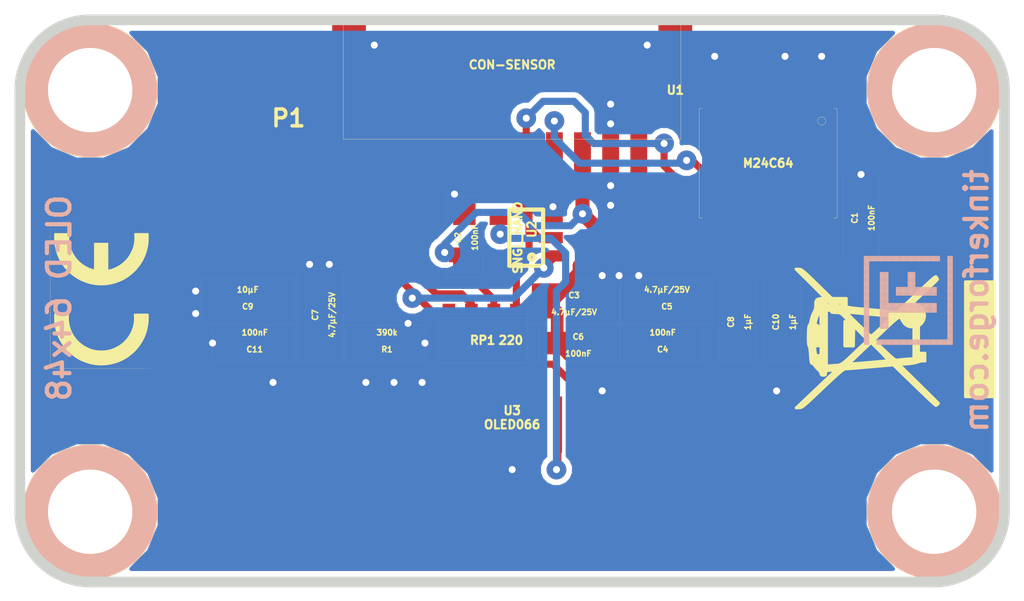
<source format=kicad_pcb>
(kicad_pcb (version 4) (host pcbnew "(2015-03-18 BZR 5525)-product")
  (title_block (title "OLED 64x48 Bricklet") (date "Fr 19 Jun 2015") (rev 1.0) (company "Tinkerforfge GmbH") (comment 1 "Licensed under CERN OHL v.1.1") (comment 2 "Copyright (©) 2015, B.Nordmeyer <bastian@tinkerforge.com>"))
  (layers (0 F.Cu signal) (31 B.Cu signal) (34 B.Paste user) (35 F.Paste user) (36 B.SilkS user) (37 F.SilkS user) (38 B.Mask user) (39 F.Mask user) (44 Edge.Cuts user))
  (net 0 "")
  (net 1 3V3)
  (net 2 GND)
  (net 3 "Net-(P1-Pad4)")
  (net 4 "Net-(P1-Pad5)")
  (net 5 "Net-(P1-Pad6)")
  (net 6 "Net-(P1-Pad7)")
  (net 7 "Net-(P1-Pad8)")
  (net 8 "Net-(C7-Pad2)")
  (net 9 "Net-(C10-Pad2)")
  (net 10 "Net-(P1-Pad9)")
  (net 11 "Net-(P1-Pad10)")
  (net 12 "Net-(R1-Pad1)")
  (net 13 "Net-(C8-Pad1)")
  (net 14 "Net-(C8-Pad2)")
  (net 15 "Net-(C11-Pad2)")
  (net 16 "Net-(C10-Pad1)")
  (net 17 "Net-(U2-Pad4)")
  (net 18 "Net-(RP1-Pad5)")
  (net 19 "Net-(RP1-Pad6)")
  (net 20 "Net-(RP1-Pad7)")
  (net 21 "Net-(RP1-Pad8)")
  (module kicad-libraries:0603 (layer F.Cu) (at 166.5 133.6 270)
    (fp_text reference C1 (at 0.05 0.225 270) (layer F.SilkS) (effects (font (size 0.2 0.2) (thickness 0.05))))
    (fp_text value 100nF (at 0.05 -0.375 270) (layer F.SilkS) (effects (font (size 0.2 0.2) (thickness 0.05))))
    (pad 1 smd rect (at -0.8001 0 270) (size 0.8001 0.8001) (layers F.Cu F.Paste F.Mask) (net 2 GND))
    (pad 2 smd rect (at 0.8001 0 270) (size 0.8001 0.8001) (layers F.Cu F.Paste F.Mask) (net 1 3V3))
  )
  (module kicad-libraries:0603 (layer F.Cu) (at 163.7 137.3 270)
    (fp_text reference C10 (at 0.05 0.225 270) (layer F.SilkS) (effects (font (size 0.2 0.2) (thickness 0.05))))
    (fp_text value 1µF (at 0.05 -0.375 270) (layer F.SilkS) (effects (font (size 0.2 0.2) (thickness 0.05))))
    (pad 1 smd rect (at -0.8001 0 270) (size 0.8001 0.8001) (layers F.Cu F.Paste F.Mask) (net 16 "Net-(C10-Pad1)"))
    (pad 2 smd rect (at 0.8001 0 270) (size 0.8001 0.8001) (layers F.Cu F.Paste F.Mask) (net 9 "Net-(C10-Pad2)"))
  )
  (module kicad-libraries:CON-SENSOR (layer F.Cu) (at 154.1 126.6 180)
    (fp_text reference P1 (at 7.9502 -3.50012 180) (layer F.SilkS) (effects (font (size 0.59944 0.59944) (thickness 0.12446))))
    (fp_text value CON-SENSOR (at 0 -1.6002 180) (layer F.SilkS) (effects (font (size 0.29972 0.29972) (thickness 0.07112))))
    (pad 1 smd rect (at -4.50088 -4.7752 180) (size 0.59944 1.5494) (layers F.Cu F.Paste F.Mask))
    (pad 2 smd rect (at -3.50012 -4.7752 180) (size 0.59944 1.5494) (layers F.Cu F.Paste F.Mask) (net 2 GND))
    (pad 3 smd rect (at -2.49936 -4.7752 180) (size 0.59944 1.5494) (layers F.Cu F.Paste F.Mask) (net 1 3V3))
    (pad 4 smd rect (at -1.50114 -4.7752 180) (size 0.59944 1.5494) (layers F.Cu F.Paste F.Mask) (net 3 "Net-(P1-Pad4)"))
    (pad 5 smd rect (at -0.50038 -4.7752 180) (size 0.59944 1.5494) (layers F.Cu F.Paste F.Mask) (net 4 "Net-(P1-Pad5)"))
    (pad 6 smd rect (at 0.50038 -4.7752 180) (size 0.59944 1.5494) (layers F.Cu F.Paste F.Mask) (net 5 "Net-(P1-Pad6)"))
    (pad 7 smd rect (at 1.50114 -4.7752 180) (size 0.59944 1.5494) (layers F.Cu F.Paste F.Mask) (net 6 "Net-(P1-Pad7)"))
    (pad 8 smd rect (at 2.49936 -4.7752 180) (size 0.59944 1.5494) (layers F.Cu F.Paste F.Mask) (net 7 "Net-(P1-Pad8)"))
    (pad 9 smd rect (at 3.50012 -4.7752 180) (size 0.59944 1.5494) (layers F.Cu F.Paste F.Mask) (net 10 "Net-(P1-Pad9)"))
    (pad 10 smd rect (at 4.50088 -4.7752 180) (size 0.59944 1.5494) (layers F.Cu F.Paste F.Mask) (net 11 "Net-(P1-Pad10)"))
    (pad EP smd rect (at -5.79882 -0.89916 180) (size 1.19888 1.80086) (layers F.Cu F.Paste F.Mask) (net 2 GND))
    (pad EP smd rect (at 5.79882 -0.89916 180) (size 1.19888 1.80086) (layers F.Cu F.Paste F.Mask) (net 2 GND))
  )
  (module kicad-libraries:0603 (layer F.Cu) (at 149.6 138.1)
    (fp_text reference R1 (at 0.05 0.225) (layer F.SilkS) (effects (font (size 0.2 0.2) (thickness 0.05))))
    (fp_text value 390k (at 0.05 -0.375) (layer F.SilkS) (effects (font (size 0.2 0.2) (thickness 0.05))))
    (pad 1 smd rect (at -0.8001 0) (size 0.8001 0.8001) (layers F.Cu F.Paste F.Mask) (net 12 "Net-(R1-Pad1)"))
    (pad 2 smd rect (at 0.8001 0) (size 0.8001 0.8001) (layers F.Cu F.Paste F.Mask) (net 2 GND))
  )
  (module kicad-libraries:SOIC8 (layer F.Cu) (at 163.2 131.7 180)
    (fp_text reference U1 (at 3.29946 2.60096 180) (layer F.SilkS) (effects (font (size 0.29972 0.29972) (thickness 0.0762))))
    (fp_text value M24C64 (at 0 0 180) (layer F.SilkS) (effects (font (size 0.29972 0.29972) (thickness 0.0762))))
    (pad 1 smd rect (at -1.90246 2.69748) (size 0.59944 1.5494) (layers F.Cu F.Paste F.Mask) (net 2 GND))
    (pad 2 smd rect (at -0.63246 2.69748) (size 0.59944 1.5494) (layers F.Cu F.Paste F.Mask) (net 2 GND))
    (pad 3 smd rect (at 0.63246 2.69748) (size 0.59944 1.5494) (layers F.Cu F.Paste F.Mask) (net 5 "Net-(P1-Pad6)"))
    (pad 4 smd rect (at 1.90246 2.69748) (size 0.59944 1.5494) (layers F.Cu F.Paste F.Mask) (net 2 GND))
    (pad 5 smd rect (at 1.90246 -2.69748 180) (size 0.59944 1.5494) (layers F.Cu F.Paste F.Mask) (net 4 "Net-(P1-Pad5)"))
    (pad 6 smd rect (at 0.63246 -2.69748 180) (size 0.59944 1.5494) (layers F.Cu F.Paste F.Mask) (net 3 "Net-(P1-Pad4)"))
    (pad 7 smd rect (at -0.63246 -2.69748 180) (size 0.59944 1.5494) (layers F.Cu F.Paste F.Mask))
    (pad 8 smd rect (at -1.90246 -2.69748 180) (size 0.59944 1.5494) (layers F.Cu F.Paste F.Mask) (net 1 3V3))
  )
  (module kicad-libraries:DRILL_NP (layer F.Cu) (at 139.1 129.1)
    (fp_text reference U4 hide)
    (fp_text value DRILL hide)
    (pad "" np_thru_hole circle (at 0 0) (size 2.99974 2.99974) (drill 2.99974) (layers *.Cu *.Mask F.SilkS) (clearance 0.89916))
  )
  (module kicad-libraries:DRILL_NP (layer F.Cu) (at 169.1 129.1)
    (fp_text reference U5 hide)
    (fp_text value DRILL hide)
    (pad "" np_thru_hole circle (at 0 0) (size 2.99974 2.99974) (drill 2.99974) (layers *.Cu *.Mask F.SilkS) (clearance 0.89916))
  )
  (module kicad-libraries:DRILL_NP (layer F.Cu) (at 169.1 144.1)
    (fp_text reference U6 hide)
    (fp_text value DRILL hide)
    (pad "" np_thru_hole circle (at 0 0) (size 2.99974 2.99974) (drill 2.99974) (layers *.Cu *.Mask F.SilkS) (clearance 0.89916))
  )
  (module kicad-libraries:WEEE_7mm (layer F.Cu) (at 167.7 137.95 90)
    (fp_text reference G*** hide)
    (fp_text value LOGO hide)
  )
  (module kicad-libraries:CE_5mm (layer F.Cu) (at 139.5 136.5 90)
    (fp_text reference VAL hide)
    (fp_text value CE_5mm hide)
  )
  (module kicad-libraries:Fiducial_Mark (layer F.Cu) (at 143.1 145.1)
    (fp_text reference Fiducial_Mark hide)
    (fp_text value VAL** hide)
    (pad 1 smd circle (at 0 0) (size 1.00076 1.00076) (layers F.Cu F.Mask) (clearance 0.65024))
  )
  (module kicad-libraries:Fiducial_Mark (layer F.Cu) (at 143.1 128.1)
    (fp_text reference Fiducial_Mark hide)
    (fp_text value VAL** hide)
    (pad 1 smd circle (at 0 0) (size 1.00076 1.00076) (layers F.Cu F.Mask) (clearance 0.65024))
  )
  (module kicad-libraries:Fiducial_Mark (layer F.Cu) (at 164.6 145.1)
    (fp_text reference Fiducial_Mark hide)
    (fp_text value VAL** hide)
    (pad 1 smd circle (at 0 0) (size 1.00076 1.00076) (layers F.Cu F.Mask) (clearance 0.65024))
  )
  (module kicad-libraries:Logo_31x31m (layer B.Cu) (at 166.6 135 270)
    (fp_text reference G*** hide)
    (fp_text value LOGO hide)
  )
  (module kicad-libraries:0603X4 (layer F.Cu) (at 153.05 138)
    (fp_text reference RP1 (at 0 0) (layer F.SilkS) (effects (font (size 0.29972 0.29972) (thickness 0.0762))))
    (fp_text value 220 (at 1.00076 0) (layer F.SilkS) (effects (font (size 0.29972 0.29972) (thickness 0.0762))))
    (pad 1 smd rect (at 1.19888 -0.8509) (size 0.44958 0.89916) (layers F.Cu F.Paste F.Mask) (net 6 "Net-(P1-Pad7)"))
    (pad 2 smd rect (at 0.39878 -0.8509) (size 0.44958 0.89916) (layers F.Cu F.Paste F.Mask) (net 7 "Net-(P1-Pad8)"))
    (pad 3 smd rect (at -0.39878 -0.8509) (size 0.44958 0.89916) (layers F.Cu F.Paste F.Mask) (net 10 "Net-(P1-Pad9)"))
    (pad 4 smd rect (at -1.19888 -0.8509) (size 0.44958 0.89916) (layers F.Cu F.Paste F.Mask) (net 11 "Net-(P1-Pad10)"))
    (pad 5 smd rect (at -1.19888 0.8509) (size 0.44958 0.89916) (layers F.Cu F.Paste F.Mask) (net 18 "Net-(RP1-Pad5)"))
    (pad 6 smd rect (at -0.39878 0.8509) (size 0.44958 0.89916) (layers F.Cu F.Paste F.Mask) (net 19 "Net-(RP1-Pad6)"))
    (pad 7 smd rect (at 0.39878 0.8509) (size 0.44958 0.89916) (layers F.Cu F.Paste F.Mask) (net 20 "Net-(RP1-Pad7)"))
    (pad 8 smd rect (at 1.19888 0.8509) (size 0.44958 0.89916) (layers F.Cu F.Paste F.Mask) (net 21 "Net-(RP1-Pad8)"))
  )
  (module kicad-libraries:0603 (layer F.Cu) (at 144.9 138.1)
    (fp_text reference C11 (at 0.05 0.225) (layer F.SilkS) (effects (font (size 0.2 0.2) (thickness 0.05))))
    (fp_text value 100nF (at 0.05 -0.375) (layer F.SilkS) (effects (font (size 0.2 0.2) (thickness 0.05))))
    (pad 1 smd rect (at -0.8001 0) (size 0.8001 0.8001) (layers F.Cu F.Paste F.Mask) (net 2 GND))
    (pad 2 smd rect (at 0.8001 0) (size 0.8001 0.8001) (layers F.Cu F.Paste F.Mask) (net 15 "Net-(C11-Pad2)"))
  )
  (module kicad-libraries:DRILL_NP (layer F.Cu) (at 139.1 144.1)
    (fp_text reference U7 hide)
    (fp_text value DRILL hide)
    (pad "" np_thru_hole circle (at 0 0) (size 2.99974 2.99974) (drill 2.99974) (layers *.Cu *.Mask F.SilkS) (clearance 0.89916))
  )
  (module kicad-libraries:0603 (layer F.Cu) (at 152.4 134.3 270)
    (fp_text reference C2 (at 0.05 0.225 270) (layer F.SilkS) (effects (font (size 0.2 0.2) (thickness 0.05))))
    (fp_text value 100nF (at 0.05 -0.375 270) (layer F.SilkS) (effects (font (size 0.2 0.2) (thickness 0.05))))
    (pad 1 smd rect (at -0.8001 0 270) (size 0.8001 0.8001) (layers F.Cu F.Paste F.Mask) (net 2 GND) (clearance 0.14986))
    (pad 2 smd rect (at 0.8001 0 270) (size 0.8001 0.8001) (layers F.Cu F.Paste F.Mask) (net 1 3V3) (clearance 0.14986))
  )
  (module kicad-libraries:0805 (layer F.Cu) (at 156.3 136.6 180)
    (fp_text reference C3 (at 0 0.2 180) (layer F.SilkS) (effects (font (size 0.2 0.2) (thickness 0.05))))
    (fp_text value 4.7µF/25V (at 0 -0.4 180) (layer F.SilkS) (effects (font (size 0.2 0.2) (thickness 0.05))))
    (pad 1 smd rect (at -1.00076 0 180) (size 1.00076 1.24968) (layers F.Cu F.Paste F.Mask) (net 2 GND))
    (pad 2 smd rect (at 1.00076 0 180) (size 1.00076 1.24968) (layers F.Cu F.Paste F.Mask) (net 1 3V3))
  )
  (module kicad-libraries:0603 (layer F.Cu) (at 159.4 138.1)
    (fp_text reference C4 (at 0.05 0.225) (layer F.SilkS) (effects (font (size 0.2 0.2) (thickness 0.05))))
    (fp_text value 100nF (at 0.05 -0.375) (layer F.SilkS) (effects (font (size 0.2 0.2) (thickness 0.05))))
    (pad 1 smd rect (at -0.8001 0) (size 0.8001 0.8001) (layers F.Cu F.Paste F.Mask) (net 2 GND) (clearance 0.14986))
    (pad 2 smd rect (at 0.8001 0) (size 0.8001 0.8001) (layers F.Cu F.Paste F.Mask) (net 1 3V3) (clearance 0.14986))
  )
  (module kicad-libraries:0805 (layer F.Cu) (at 159.6 136.6)
    (fp_text reference C5 (at 0 0.2) (layer F.SilkS) (effects (font (size 0.2 0.2) (thickness 0.05))))
    (fp_text value 4.7µF/25V (at 0 -0.4) (layer F.SilkS) (effects (font (size 0.2 0.2) (thickness 0.05))))
    (pad 1 smd rect (at -1.00076 0) (size 1.00076 1.24968) (layers F.Cu F.Paste F.Mask) (net 2 GND))
    (pad 2 smd rect (at 1.00076 0) (size 1.00076 1.24968) (layers F.Cu F.Paste F.Mask) (net 1 3V3))
  )
  (module kicad-libraries:0603 (layer F.Cu) (at 156.5 138.1 180)
    (fp_text reference C6 (at 0.05 0.225 180) (layer F.SilkS) (effects (font (size 0.2 0.2) (thickness 0.05))))
    (fp_text value 100nF (at 0.05 -0.375 180) (layer F.SilkS) (effects (font (size 0.2 0.2) (thickness 0.05))))
    (pad 1 smd rect (at -0.8001 0 180) (size 0.8001 0.8001) (layers F.Cu F.Paste F.Mask) (net 2 GND) (clearance 0.14986))
    (pad 2 smd rect (at 0.8001 0 180) (size 0.8001 0.8001) (layers F.Cu F.Paste F.Mask) (net 1 3V3) (clearance 0.14986))
  )
  (module kicad-libraries:0805 (layer F.Cu) (at 147.3 137.1 270)
    (fp_text reference C7 (at 0 0.2 270) (layer F.SilkS) (effects (font (size 0.2 0.2) (thickness 0.05))))
    (fp_text value 4.7µF/25V (at 0 -0.4 270) (layer F.SilkS) (effects (font (size 0.2 0.2) (thickness 0.05))))
    (pad 1 smd rect (at -1.00076 0 270) (size 1.00076 1.24968) (layers F.Cu F.Paste F.Mask) (net 2 GND))
    (pad 2 smd rect (at 1.00076 0 270) (size 1.00076 1.24968) (layers F.Cu F.Paste F.Mask) (net 8 "Net-(C7-Pad2)"))
  )
  (module kicad-libraries:0603 (layer F.Cu) (at 162.1 137.3 270)
    (fp_text reference C8 (at 0.05 0.225 270) (layer F.SilkS) (effects (font (size 0.2 0.2) (thickness 0.05))))
    (fp_text value 1µF (at 0.05 -0.375 270) (layer F.SilkS) (effects (font (size 0.2 0.2) (thickness 0.05))))
    (pad 1 smd rect (at -0.8001 0 270) (size 0.8001 0.8001) (layers F.Cu F.Paste F.Mask) (net 13 "Net-(C8-Pad1)") (clearance 0.14986))
    (pad 2 smd rect (at 0.8001 0 270) (size 0.8001 0.8001) (layers F.Cu F.Paste F.Mask) (net 14 "Net-(C8-Pad2)") (clearance 0.14986))
  )
  (module kicad-libraries:0805 (layer F.Cu) (at 144.7 136.6)
    (fp_text reference C9 (at 0 0.2) (layer F.SilkS) (effects (font (size 0.2 0.2) (thickness 0.05))))
    (fp_text value 10µF (at 0 -0.4) (layer F.SilkS) (effects (font (size 0.2 0.2) (thickness 0.05))))
    (pad 1 smd rect (at -1.00076 0) (size 1.00076 1.24968) (layers F.Cu F.Paste F.Mask) (net 2 GND))
    (pad 2 smd rect (at 1.00076 0) (size 1.00076 1.24968) (layers F.Cu F.Paste F.Mask) (net 15 "Net-(C11-Pad2)"))
  )
  (module kicad-libraries:SC70-5 (layer F.Cu) (at 154.6 134.35 90)
    (fp_text reference U2 (at 0.3 0.2 90) (layer F.SilkS) (effects (font (size 0.3 0.3) (thickness 0.075))))
    (fp_text value SNGL_NAND (at 0 -0.3 90) (layer F.SilkS) (effects (font (size 0.3 0.3) (thickness 0.075))))
    (pad 1 smd rect (at -0.65 0.95 90) (size 0.4 0.7) (layers F.Cu F.Paste F.Mask) (net 11 "Net-(P1-Pad10)"))
    (pad 2 smd rect (at 0 0.95 90) (size 0.4 0.7) (layers F.Cu F.Paste F.Mask) (net 6 "Net-(P1-Pad7)"))
    (pad 3 smd rect (at 0.65 0.95 90) (size 0.4 0.7) (layers F.Cu F.Paste F.Mask) (net 2 GND))
    (pad 4 smd rect (at 0.65 -0.95 90) (size 0.4 0.7) (layers F.Cu F.Paste F.Mask) (net 17 "Net-(U2-Pad4)"))
    (pad 5 smd rect (at -0.65 -0.95 90) (size 0.4 0.7) (layers F.Cu F.Paste F.Mask) (net 1 3V3))
  )
  (module kicad-libraries:OLED066 (layer F.Cu) (at 154.1 141 180)
    (fp_text reference U3 (at 0 0.5 180) (layer F.SilkS) (effects (font (size 0.3 0.3) (thickness 0.075))))
    (fp_text value OLED066 (at 0 0 180) (layer F.SilkS) (effects (font (size 0.3 0.3) (thickness 0.075))))
    (pad 1 smd rect (at -8.77316 0) (size 0.29972 1.99898) (layers F.Cu F.Paste F.Mask) (net 2 GND))
    (pad 2 smd rect (at -8.12292 0) (size 0.29972 1.99898) (layers F.Cu F.Paste F.Mask) (net 9 "Net-(C10-Pad2)"))
    (pad 3 smd rect (at -7.47268 0) (size 0.29972 1.99898) (layers F.Cu F.Paste F.Mask) (net 16 "Net-(C10-Pad1)"))
    (pad 4 smd rect (at -6.82498 0) (size 0.29972 1.99898) (layers F.Cu F.Paste F.Mask) (net 14 "Net-(C8-Pad2)"))
    (pad 5 smd rect (at -6.17474 0) (size 0.29972 1.99898) (layers F.Cu F.Paste F.Mask) (net 13 "Net-(C8-Pad1)"))
    (pad 6 smd rect (at -5.5245 0) (size 0.29972 1.99898) (layers F.Cu F.Paste F.Mask) (net 1 3V3))
    (pad 7 smd rect (at -4.87426 0) (size 0.29972 1.99898) (layers F.Cu F.Paste F.Mask) (net 2 GND))
    (pad 8 smd rect (at -4.22402 0) (size 0.29972 1.99898) (layers F.Cu F.Paste F.Mask) (net 1 3V3))
    (pad 9 smd rect (at -3.57378 0) (size 0.29972 1.99898) (layers F.Cu F.Paste F.Mask) (net 2 GND))
    (pad 10 smd rect (at -2.92354 0) (size 0.29972 1.99898) (layers F.Cu F.Paste F.Mask) (net 2 GND))
    (pad 11 smd rect (at -2.2733 0) (size 0.29972 1.99898) (layers F.Cu F.Paste F.Mask) (net 21 "Net-(RP1-Pad8)"))
    (pad 12 smd rect (at -1.62306 0) (size 0.29972 1.99898) (layers F.Cu F.Paste F.Mask) (net 17 "Net-(U2-Pad4)"))
    (pad 13 smd rect (at -0.97282 0) (size 0.29972 1.99898) (layers F.Cu F.Paste F.Mask) (net 20 "Net-(RP1-Pad7)"))
    (pad 14 smd rect (at -0.32258 0) (size 0.29972 1.99898) (layers F.Cu F.Paste F.Mask) (net 2 GND))
    (pad 15 smd rect (at 0.32258 0) (size 0.29972 1.99898) (layers F.Cu F.Paste F.Mask) (net 2 GND))
    (pad 16 smd rect (at 0.97282 0) (size 0.29972 1.99898) (layers F.Cu F.Paste F.Mask) (net 19 "Net-(RP1-Pad6)"))
    (pad 17 smd rect (at 1.62306 0) (size 0.29972 1.99898) (layers F.Cu F.Paste F.Mask) (net 18 "Net-(RP1-Pad5)"))
    (pad 18 smd rect (at 2.2733 0) (size 0.29972 1.99898) (layers F.Cu F.Paste F.Mask))
    (pad 19 smd rect (at 2.92354 0) (size 0.29972 1.99898) (layers F.Cu F.Paste F.Mask) (net 2 GND))
    (pad 20 smd rect (at 3.57378 0) (size 0.29972 1.99898) (layers F.Cu F.Paste F.Mask) (net 2 GND))
    (pad 21 smd rect (at 4.22402 0) (size 0.29972 1.99898) (layers F.Cu F.Paste F.Mask) (net 2 GND))
    (pad 22 smd rect (at 4.87426 0) (size 0.29972 1.99898) (layers F.Cu F.Paste F.Mask) (net 2 GND))
    (pad 23 smd rect (at 5.5245 0) (size 0.29972 1.99898) (layers F.Cu F.Paste F.Mask) (net 2 GND))
    (pad 24 smd rect (at 6.17474 0) (size 0.29972 1.99898) (layers F.Cu F.Paste F.Mask) (net 12 "Net-(R1-Pad1)"))
    (pad 25 smd rect (at 6.82498 0) (size 0.29972 1.99898) (layers F.Cu F.Paste F.Mask) (net 8 "Net-(C7-Pad2)"))
    (pad 26 smd rect (at 7.47268 0) (size 0.29972 1.99898) (layers F.Cu F.Paste F.Mask) (net 15 "Net-(C11-Pad2)"))
    (pad 27 smd rect (at 8.12292 0) (size 0.29972 1.99898) (layers F.Cu F.Paste F.Mask) (net 2 GND))
    (pad 28 smd rect (at 8.77316 0) (size 0.29972 1.99898) (layers F.Cu F.Paste F.Mask) (net 2 GND))
  )
  (gr_line (start 136.6 129.1) (end 136.6 144.1) (angle 90) (layer Edge.Cuts) (width 0.381))
  (gr_line (start 171.6 144.1) (end 171.6 129.1) (angle 90) (layer Edge.Cuts) (width 0.381))
  (gr_line (start 169.1 146.6) (end 139.1 146.6) (angle 90) (layer Edge.Cuts) (width 0.381))
  (gr_line (start 169.1 126.6) (end 139.1 126.6) (angle 90) (layer Edge.Cuts) (width 0.381))
  (gr_text "OLED 64x48" (at 138 136.5 90) (layer B.SilkS) (effects (font (size 0.8 0.8)) (justify mirror)))
  (gr_text tinkerforge.com (at 170.6 136.6 90) (layer B.SilkS) (effects (font (size 0.8 0.8)) (justify mirror)))
  (gr_arc (start 169.1 129.1) (end 169.1 126.6) (angle 90) (layer Edge.Cuts) (width 0.381))
  (gr_arc (start 139.1 129.1) (end 136.6 129.1) (angle 90) (layer Edge.Cuts) (width 0.381))
  (gr_arc (start 139.1 144.1) (end 139.1 146.6) (angle 90) (layer Edge.Cuts) (width 0.381))
  (gr_arc (start 169.1 144.1) (end 171.6 144.1) (angle 90) (layer Edge.Cuts) (width 0.381))
  (segment (start 151.7 134.875) (end 151.7 134.575) (width 0.254) (layer B.Cu) (net 1))
  (segment (start 151.9251 135.1001) (end 151.7 134.875) (width 0.254) (layer F.Cu) (net 1))
  (via (at 151.7 134.875) (size 0.7) (layers F.Cu B.Cu) (net 1))
  (segment (start 152.4 135.1001) (end 151.9251 135.1001) (width 0.254) (layer F.Cu) (net 1))
  (segment (start 156.6 133.5) (end 156.59936 133.49936) (width 0.254) (layer F.Cu) (net 1))
  (via (at 156.6 133.5) (size 0.7) (layers F.Cu B.Cu) (net 1))
  (segment (start 156.175 133.925) (end 156.6 133.5) (width 0.254) (layer B.Cu) (net 1))
  (segment (start 154.8 133.925) (end 156.175 133.925) (width 0.254) (layer B.Cu) (net 1))
  (segment (start 154.325 133.45) (end 154.8 133.925) (width 0.254) (layer B.Cu) (net 1))
  (segment (start 152.825 133.45) (end 154.325 133.45) (width 0.254) (layer B.Cu) (net 1))
  (segment (start 151.7 134.575) (end 152.825 133.45) (width 0.254) (layer B.Cu) (net 1))
  (segment (start 156.59936 132.8) (end 156.59936 131.3752) (width 0.5) (layer F.Cu) (net 1))
  (segment (start 156.59936 133.49936) (end 156.59936 132.8) (width 0.5) (layer F.Cu) (net 1))
  (segment (start 159.4 134.4) (end 157.5 134.4) (width 0.5) (layer F.Cu) (net 1))
  (segment (start 160.65 135.65) (end 159.4 134.4) (width 0.5) (layer F.Cu) (net 1))
  (segment (start 166.5 135.2) (end 166.5 134.4001) (width 0.45) (layer F.Cu) (net 1))
  (segment (start 166.05 135.65) (end 166.5 135.2) (width 0.45) (layer F.Cu) (net 1))
  (segment (start 160.65 135.65) (end 166.05 135.65) (width 0.45) (layer F.Cu) (net 1))
  (segment (start 165.10508 134.4001) (end 165.10246 134.39748) (width 0.45) (layer F.Cu) (net 1))
  (segment (start 166.5 134.4001) (end 165.10508 134.4001) (width 0.45) (layer F.Cu) (net 1))
  (segment (start 159.6245 139.2755) (end 160.2001 138.6999) (width 0.45) (layer F.Cu) (net 1))
  (segment (start 160.2001 138.6999) (end 160.2001 138.1) (width 0.45) (layer F.Cu) (net 1))
  (segment (start 159.6245 141) (end 159.6245 139.2755) (width 0.45) (layer F.Cu) (net 1))
  (segment (start 160.2001 137.00066) (end 160.60076 136.6) (width 0.45) (layer F.Cu) (net 1))
  (segment (start 160.2001 138.1) (end 160.2001 137.00066) (width 0.45) (layer F.Cu) (net 1))
  (segment (start 158.32402 139.52402) (end 157.8 139) (width 0.45) (layer F.Cu) (net 1))
  (segment (start 157.8 139) (end 156.5999 139) (width 0.45) (layer F.Cu) (net 1))
  (segment (start 156.5999 139) (end 155.6999 138.1) (width 0.45) (layer F.Cu) (net 1))
  (segment (start 158.32402 141) (end 158.32402 139.52402) (width 0.45) (layer F.Cu) (net 1))
  (segment (start 155.6999 137.00066) (end 155.29924 136.6) (width 0.45) (layer F.Cu) (net 1))
  (segment (start 155.6999 138.1) (end 155.6999 137.00066) (width 0.45) (layer F.Cu) (net 1))
  (segment (start 152.5001 135) (end 152.4 135.1001) (width 0.254) (layer F.Cu) (net 1))
  (segment (start 153.65 135) (end 152.5001 135) (width 0.254) (layer F.Cu) (net 1))
  (segment (start 160.60076 135.69924) (end 160.65 135.65) (width 0.5) (layer F.Cu) (net 1))
  (segment (start 160.60076 136.6) (end 160.60076 135.69924) (width 0.5) (layer F.Cu) (net 1))
  (segment (start 156.5 135.6) (end 156.5 135.35) (width 0.5) (layer F.Cu) (net 1))
  (segment (start 155.5 136.6) (end 156.5 135.6) (width 0.5) (layer F.Cu) (net 1))
  (segment (start 155.29924 136.6) (end 155.5 136.6) (width 0.5) (layer F.Cu) (net 1))
  (segment (start 157.5 134.4) (end 156.59936 133.49936) (width 0.5) (layer F.Cu) (net 1))
  (segment (start 156.5 135.35) (end 157.45 134.4) (width 0.5) (layer F.Cu) (net 1))
  (segment (start 157.45 134.4) (end 157.5 134.4) (width 0.5) (layer F.Cu) (net 1))
  (via (at 157.6 129.6) (size 0.7) (layers F.Cu B.Cu) (net 2))
  (segment (start 157.60012 130.30012) (end 157.60012 131.3752) (width 0.5) (layer F.Cu) (net 2))
  (via (at 157.6 130.3) (size 0.7) (layers F.Cu B.Cu) (net 2))
  (segment (start 157.60012 130.30012) (end 157.6 130.3) (width 0.5) (layer F.Cu) (net 2))
  (segment (start 157.6 129.6) (end 157.6 130.3) (width 0.5) (layer F.Cu) (net 2))
  (via (at 157.6 133.2) (size 0.7) (layers F.Cu B.Cu) (net 2))
  (segment (start 157.60012 132.49988) (end 157.60012 131.3752) (width 0.5) (layer F.Cu) (net 2))
  (via (at 157.6 132.5) (size 0.7) (layers F.Cu B.Cu) (net 2))
  (segment (start 157.60012 132.49988) (end 157.6 132.5) (width 0.5) (layer F.Cu) (net 2))
  (segment (start 157.6 133.2) (end 157.6 132.5) (width 0.5) (layer F.Cu) (net 2))
  (segment (start 158.90084 127.49916) (end 158.9 127.5) (width 0.254) (layer F.Cu) (net 2))
  (via (at 158.9 127.5) (size 0.7) (layers F.Cu B.Cu) (net 2))
  (segment (start 159.89882 127.49916) (end 158.90084 127.49916) (width 0.254) (layer F.Cu) (net 2))
  (segment (start 161.29754 127.90246) (end 161.3 127.9) (width 0.254) (layer F.Cu) (net 2))
  (via (at 161.3 127.9) (size 0.7) (layers F.Cu B.Cu) (net 2))
  (segment (start 161.29754 129.00252) (end 161.29754 127.90246) (width 0.254) (layer F.Cu) (net 2))
  (segment (start 163.83246 127.93246) (end 163.8 127.9) (width 0.254) (layer F.Cu) (net 2))
  (via (at 163.8 127.9) (size 0.7) (layers F.Cu B.Cu) (net 2))
  (segment (start 163.83246 129.00252) (end 163.83246 127.93246) (width 0.254) (layer F.Cu) (net 2))
  (segment (start 165.10246 127.90246) (end 165.1 127.9) (width 0.254) (layer F.Cu) (net 2))
  (via (at 165.1 127.9) (size 0.7) (layers F.Cu B.Cu) (net 2))
  (segment (start 165.10246 129.00252) (end 165.10246 127.90246) (width 0.254) (layer F.Cu) (net 2))
  (via (at 166.5 132.1) (size 0.7) (layers F.Cu B.Cu) (net 2))
  (segment (start 166.5 132.7999) (end 166.5 132.1) (width 0.254) (layer F.Cu) (net 2))
  (segment (start 149.19916 127.49916) (end 149.2 127.5) (width 0.254) (layer F.Cu) (net 2))
  (via (at 149.2 127.5) (size 0.7) (layers F.Cu B.Cu) (net 2))
  (segment (start 148.30118 127.49916) (end 149.19916 127.49916) (width 0.254) (layer F.Cu) (net 2))
  (segment (start 158.8 136.6) (end 158.30076 136.6) (width 0.45) (layer F.Cu) (net 2))
  (via (at 163.5 139.8) (size 0.7) (layers F.Cu B.Cu) (net 2))
  (segment (start 162.87316 140.42684) (end 163.5 139.8) (width 0.3) (layer F.Cu) (net 2))
  (segment (start 162.87316 141) (end 162.87316 140.42684) (width 0.3) (layer F.Cu) (net 2))
  (via (at 157.3 139.8) (size 0.7) (layers F.Cu B.Cu) (net 2))
  (segment (start 157.67378 140.17378) (end 157.3 139.8) (width 0.3) (layer F.Cu) (net 2))
  (segment (start 157.67378 141) (end 157.67378 140.17378) (width 0.3) (layer F.Cu) (net 2))
  (segment (start 157.02354 140.07646) (end 157.3 139.8) (width 0.3) (layer F.Cu) (net 2))
  (segment (start 157.02354 141) (end 157.02354 140.07646) (width 0.3) (layer F.Cu) (net 2))
  (segment (start 149.87598 139.52402) (end 149.9 139.5) (width 0.3) (layer F.Cu) (net 2))
  (via (at 149.9 139.5) (size 0.7) (layers F.Cu B.Cu) (net 2))
  (segment (start 149.87598 141) (end 149.87598 139.52402) (width 0.3) (layer F.Cu) (net 2))
  (segment (start 151.17646 139.77646) (end 150.9 139.5) (width 0.3) (layer F.Cu) (net 2))
  (segment (start 150.52622 139.87378) (end 150.52622 141) (width 0.3) (layer F.Cu) (net 2))
  (via (at 150.9 139.5) (size 0.7) (layers F.Cu B.Cu) (net 2))
  (segment (start 150.52622 139.87378) (end 150.9 139.5) (width 0.3) (layer F.Cu) (net 2))
  (segment (start 151.17646 141) (end 151.17646 139.77646) (width 0.3) (layer F.Cu) (net 2))
  (segment (start 148.5755 139.8245) (end 148.9 139.5) (width 0.3) (layer F.Cu) (net 2))
  (segment (start 149.22574 139.82574) (end 149.22574 141) (width 0.3) (layer F.Cu) (net 2))
  (via (at 148.9 139.5) (size 0.7) (layers F.Cu B.Cu) (net 2))
  (segment (start 149.22574 139.82574) (end 148.9 139.5) (width 0.3) (layer F.Cu) (net 2))
  (segment (start 148.5755 141) (end 148.5755 139.8245) (width 0.3) (layer F.Cu) (net 2))
  (segment (start 145.32684 139.77316) (end 145.6 139.5) (width 0.3) (layer F.Cu) (net 2))
  (segment (start 145.97708 139.87708) (end 145.97708 141) (width 0.3) (layer F.Cu) (net 2))
  (via (at 145.6 139.5) (size 0.7) (layers F.Cu B.Cu) (net 2))
  (segment (start 145.97708 139.87708) (end 145.6 139.5) (width 0.3) (layer F.Cu) (net 2))
  (segment (start 145.32684 141) (end 145.32684 139.77316) (width 0.3) (layer F.Cu) (net 2))
  (via (at 155.55 133.25) (size 0.7) (layers F.Cu B.Cu) (net 2))
  (segment (start 155.55 133.7) (end 155.55 133.25) (width 0.254) (layer F.Cu) (net 2))
  (via (at 152.05 132.8) (size 0.7) (layers F.Cu B.Cu) (net 2))
  (segment (start 152.4 133.15) (end 152.05 132.8) (width 0.254) (layer F.Cu) (net 2))
  (segment (start 152.4 133.4999) (end 152.4 133.15) (width 0.254) (layer F.Cu) (net 2))
  (via (at 143.45 138.1) (size 0.7) (layers F.Cu B.Cu) (net 2))
  (segment (start 144.0999 138.1) (end 143.45 138.1) (width 0.5) (layer F.Cu) (net 2))
  (via (at 142.85 137.05) (size 0.7) (layers F.Cu B.Cu) (net 2))
  (segment (start 143.3 136.6) (end 142.85 137.05) (width 0.5) (layer F.Cu) (net 2))
  (segment (start 143.69924 136.6) (end 143.3 136.6) (width 0.5) (layer F.Cu) (net 2))
  (via (at 142.85 136.25) (size 0.7) (layers F.Cu B.Cu) (net 2))
  (segment (start 143.2 136.6) (end 142.85 136.25) (width 0.5) (layer F.Cu) (net 2))
  (segment (start 143.69924 136.6) (end 143.2 136.6) (width 0.5) (layer F.Cu) (net 2))
  (via (at 146.9 135.3) (size 0.7) (layers F.Cu B.Cu) (net 2))
  (segment (start 147.3 135.7) (end 146.9 135.3) (width 0.5) (layer F.Cu) (net 2))
  (segment (start 147.3 136.09924) (end 147.3 135.7) (width 0.5) (layer F.Cu) (net 2))
  (via (at 147.6 135.3) (size 0.7) (layers F.Cu B.Cu) (net 2))
  (segment (start 147.3 135.6) (end 147.6 135.3) (width 0.5) (layer F.Cu) (net 2))
  (segment (start 147.3 136.09924) (end 147.3 135.6) (width 0.5) (layer F.Cu) (net 2))
  (segment (start 150.4001 137.4001) (end 150.4 137.4) (width 0.5) (layer F.Cu) (net 2))
  (via (at 150.4 137.4) (size 0.7) (layers F.Cu B.Cu) (net 2))
  (segment (start 150.4001 138.1) (end 150.4001 137.4001) (width 0.5) (layer F.Cu) (net 2))
  (via (at 151 138.1) (size 0.7) (layers F.Cu B.Cu) (net 2))
  (segment (start 150.4001 138.1) (end 151 138.1) (width 0.5) (layer F.Cu) (net 2))
  (segment (start 158.59924 135.70076) (end 158.6 135.7) (width 0.5) (layer F.Cu) (net 2))
  (via (at 158.6 135.7) (size 0.7) (layers F.Cu B.Cu) (net 2))
  (segment (start 158.59924 136.6) (end 158.59924 135.70076) (width 0.7) (layer F.Cu) (net 2))
  (via (at 157.3 135.7) (size 0.7) (layers F.Cu B.Cu) (net 2))
  (segment (start 157.30076 135.70076) (end 157.3 135.7) (width 0.5) (layer F.Cu) (net 2))
  (segment (start 157.30076 136.6) (end 157.30076 135.70076) (width 0.5) (layer F.Cu) (net 2))
  (segment (start 158.5999 138.1) (end 157.3001 138.1) (width 0.7) (layer F.Cu) (net 2))
  (segment (start 157.9 135.7) (end 157.9 136.6) (width 0.5) (layer F.Cu) (net 2))
  (segment (start 157.30076 136.6) (end 157.9 136.6) (width 0.5) (layer F.Cu) (net 2))
  (segment (start 158.97426 139.17426) (end 157.9 138.1) (width 0.45) (layer F.Cu) (net 2))
  (segment (start 158.97426 139.17426) (end 158.97426 141) (width 0.45) (layer F.Cu) (net 2))
  (segment (start 157.9 138.1) (end 157.9 138.05) (width 0.7) (layer F.Cu) (net 2))
  (segment (start 158.59924 136.6) (end 157.30076 136.6) (width 0.7) (layer F.Cu) (net 2))
  (segment (start 157.9 137.15) (end 157.9 135.7) (width 0.7) (layer F.Cu) (net 2))
  (segment (start 157.9 137.6) (end 157.9 137.15) (width 0.7) (layer F.Cu) (net 2))
  (segment (start 157.9 138.05) (end 157.9 137.6) (width 0.7) (layer F.Cu) (net 2))
  (segment (start 154.42258 142.27742) (end 154.1 142.6) (width 0.254) (layer F.Cu) (net 2))
  (segment (start 153.77742 142.27742) (end 153.77742 141) (width 0.254) (layer F.Cu) (net 2))
  (via (at 154.1 142.6) (size 0.7) (layers F.Cu B.Cu) (net 2))
  (segment (start 153.77742 142.27742) (end 154.1 142.6) (width 0.254) (layer F.Cu) (net 2))
  (segment (start 154.42258 141) (end 154.42258 142.27742) (width 0.254) (layer F.Cu) (net 2))
  (segment (start 158.45 136.6) (end 157.9 137.15) (width 0.254) (layer F.Cu) (net 2))
  (segment (start 158.59924 136.6) (end 158.45 136.6) (width 0.254) (layer F.Cu) (net 2))
  (segment (start 158.4 138.1) (end 157.9 137.6) (width 0.254) (layer F.Cu) (net 2))
  (segment (start 158.5999 138.1) (end 158.4 138.1) (width 0.254) (layer F.Cu) (net 2))
  (via (at 157.9 135.7) (size 0.7) (layers F.Cu B.Cu) (net 2))
  (segment (start 162.56754 134.39748) (end 162.56754 133.66754) (width 0.254) (layer F.Cu) (net 3))
  (via (at 155.6 130.2) (size 0.7) (layers F.Cu B.Cu) (net 3))
  (segment (start 155.6 130.2) (end 155.60114 130.20114) (width 0.254) (layer F.Cu) (net 3))
  (segment (start 155.60114 130.20114) (end 155.60114 131.3752) (width 0.254) (layer F.Cu) (net 3))
  (segment (start 162.56754 133.66754) (end 160.5 131.6) (width 0.254) (layer F.Cu) (net 3))
  (segment (start 160.5 131.6) (end 160.3 131.6) (width 0.254) (layer F.Cu) (net 3))
  (via (at 160.3 131.6) (size 0.7) (layers F.Cu B.Cu) (net 3))
  (segment (start 160.3 131.6) (end 160.2 131.7) (width 0.254) (layer B.Cu) (net 3))
  (segment (start 160.2 131.7) (end 156.5 131.7) (width 0.254) (layer B.Cu) (net 3))
  (segment (start 156.5 131.7) (end 155.6 130.8) (width 0.254) (layer B.Cu) (net 3))
  (segment (start 155.6 130.8) (end 155.6 130.2) (width 0.254) (layer B.Cu) (net 3))
  (segment (start 154.6 130.1) (end 154.60038 130.10038) (width 0.254) (layer F.Cu) (net 4))
  (via (at 154.6 130.1) (size 0.7) (layers F.Cu B.Cu) (net 4))
  (segment (start 154.60038 130.10038) (end 154.60038 131.3752) (width 0.254) (layer F.Cu) (net 4))
  (via (at 159.5 131) (size 0.7) (layers F.Cu B.Cu) (net 4))
  (segment (start 159.5 131.8) (end 159.5 131) (width 0.254) (layer F.Cu) (net 4))
  (segment (start 161.29754 133.59754) (end 159.5 131.8) (width 0.254) (layer F.Cu) (net 4))
  (segment (start 161.29754 134.39748) (end 161.29754 133.59754) (width 0.254) (layer F.Cu) (net 4))
  (segment (start 155.2 129.5) (end 156.3 129.5) (width 0.254) (layer B.Cu) (net 4))
  (segment (start 154.6 130.1) (end 155.2 129.5) (width 0.254) (layer B.Cu) (net 4))
  (segment (start 156.7 129.9) (end 156.3 129.5) (width 0.254) (layer B.Cu) (net 4))
  (segment (start 157 131) (end 156.7 130.7) (width 0.254) (layer B.Cu) (net 4))
  (segment (start 156.7 130.7) (end 156.7 129.9) (width 0.254) (layer B.Cu) (net 4))
  (segment (start 159.5 131) (end 157 131) (width 0.254) (layer B.Cu) (net 4))
  (segment (start 162.56754 129.83246) (end 162.1 130.3) (width 0.254) (layer F.Cu) (net 5))
  (segment (start 162.1 130.3) (end 159.8 130.3) (width 0.254) (layer F.Cu) (net 5))
  (segment (start 159.8 130.3) (end 158.4 128.9) (width 0.254) (layer F.Cu) (net 5))
  (segment (start 158.4 128.9) (end 154.6 128.9) (width 0.254) (layer F.Cu) (net 5))
  (segment (start 154.6 128.9) (end 153.59962 129.90038) (width 0.254) (layer F.Cu) (net 5))
  (segment (start 153.59962 129.90038) (end 153.59962 131.3752) (width 0.254) (layer F.Cu) (net 5))
  (segment (start 162.56754 129.00252) (end 162.56754 129.83246) (width 0.254) (layer F.Cu) (net 5))
  (segment (start 154.24888 136.9491) (end 154.24888 135.40112) (width 0.254) (layer F.Cu) (net 6))
  (segment (start 154.7 134.95) (end 154.7 134) (width 0.254) (layer F.Cu) (net 6))
  (segment (start 154.24888 135.40112) (end 154.7 134.95) (width 0.254) (layer F.Cu) (net 6))
  (segment (start 152.9 132.7) (end 152.59886 132.39886) (width 0.254) (layer F.Cu) (net 6))
  (segment (start 153.9 132.7) (end 152.9 132.7) (width 0.254) (layer F.Cu) (net 6))
  (segment (start 154.7 133.5) (end 153.9 132.7) (width 0.254) (layer F.Cu) (net 6))
  (segment (start 154.7 134) (end 154.7 133.5) (width 0.254) (layer F.Cu) (net 6))
  (segment (start 155.1 134.4) (end 154.7 134) (width 0.254) (layer F.Cu) (net 6))
  (segment (start 152.59886 132.39886) (end 152.59886 131.3752) (width 0.254) (layer F.Cu) (net 6))
  (segment (start 155.55 134.4) (end 155.1 134.4) (width 0.254) (layer F.Cu) (net 6))
  (segment (start 153.44878 137.1491) (end 153.44878 136.54878) (width 0.254) (layer F.Cu) (net 7))
  (segment (start 151.60064 132.29936) (end 151.60064 131.3752) (width 0.254) (layer F.Cu) (net 7))
  (segment (start 150.65 133.25) (end 151.60064 132.29936) (width 0.254) (layer F.Cu) (net 7))
  (segment (start 150.65 134.875) (end 150.65 133.25) (width 0.254) (layer F.Cu) (net 7))
  (segment (start 151.65 135.875) (end 150.65 134.875) (width 0.254) (layer F.Cu) (net 7))
  (segment (start 152.775 135.875) (end 151.65 135.875) (width 0.254) (layer F.Cu) (net 7))
  (segment (start 153.44878 136.54878) (end 152.775 135.875) (width 0.254) (layer F.Cu) (net 7))
  (segment (start 147.27502 138.12574) (end 147.3 138.10076) (width 0.45) (layer F.Cu) (net 8))
  (segment (start 147.27502 141) (end 147.27502 138.12574) (width 0.45) (layer F.Cu) (net 8))
  (segment (start 162.22292 139.77708) (end 162.6 139.4) (width 0.3) (layer F.Cu) (net 9))
  (segment (start 162.6 139.4) (end 162.9 139.4) (width 0.3) (layer F.Cu) (net 9))
  (segment (start 162.9 139.4) (end 163.7 138.6) (width 0.3) (layer F.Cu) (net 9))
  (segment (start 163.7 138.6) (end 163.7 138.1001) (width 0.3) (layer F.Cu) (net 9))
  (segment (start 162.22292 141) (end 162.22292 139.77708) (width 0.3) (layer F.Cu) (net 9))
  (segment (start 152.65122 137.1491) (end 152.65122 136.70122) (width 0.254) (layer F.Cu) (net 10))
  (segment (start 152.65122 136.70122) (end 152.3 136.35) (width 0.254) (layer F.Cu) (net 10))
  (segment (start 152.3 136.35) (end 151.4 136.35) (width 0.254) (layer F.Cu) (net 10))
  (segment (start 151.4 136.35) (end 150.15 135.1) (width 0.254) (layer F.Cu) (net 10))
  (segment (start 150.15 135.1) (end 150.15 132.775) (width 0.254) (layer F.Cu) (net 10))
  (segment (start 150.15 132.775) (end 150.59988 132.32512) (width 0.254) (layer F.Cu) (net 10))
  (segment (start 150.59988 132.32512) (end 150.59988 131.3752) (width 0.254) (layer F.Cu) (net 10))
  (segment (start 150.65 131.42532) (end 150.59988 131.3752) (width 0.254) (layer F.Cu) (net 10))
  (segment (start 155.55 135) (end 155.55 135.1) (width 0.254) (layer F.Cu) (net 11))
  (segment (start 155.55 135.1) (end 155.225 135.425) (width 0.254) (layer F.Cu) (net 11))
  (via (at 155.225 135.425) (size 0.7) (layers F.Cu B.Cu) (net 11))
  (segment (start 155.225 135.425) (end 154.15 136.5) (width 0.254) (layer B.Cu) (net 11))
  (segment (start 154.15 136.5) (end 150.55 136.5) (width 0.254) (layer B.Cu) (net 11))
  (via (at 150.55 136.5) (size 0.7) (layers F.Cu B.Cu) (net 11))
  (segment (start 150.55 136.5) (end 150.575 136.475) (width 0.254) (layer F.Cu) (net 11))
  (segment (start 150.575 136.475) (end 150.75 136.475) (width 0.254) (layer F.Cu) (net 11))
  (segment (start 151.85112 137.1491) (end 151.4241 137.1491) (width 0.254) (layer F.Cu) (net 11))
  (segment (start 149.59912 135.32412) (end 149.59912 131.3752) (width 0.254) (layer F.Cu) (net 11))
  (segment (start 151.4241 137.1491) (end 150.75 136.475) (width 0.254) (layer F.Cu) (net 11))
  (segment (start 150.75 136.475) (end 149.59912 135.32412) (width 0.254) (layer F.Cu) (net 11))
  (segment (start 148.7999 138.4001) (end 148.7999 138.1) (width 0.45) (layer F.Cu) (net 12))
  (segment (start 147.92526 139.27474) (end 148.7999 138.4001) (width 0.45) (layer F.Cu) (net 12))
  (segment (start 147.92526 141) (end 147.92526 139.27474) (width 0.45) (layer F.Cu) (net 12))
  (segment (start 160.27474 139.42526) (end 161 138.7) (width 0.3) (layer F.Cu) (net 13))
  (segment (start 160.27474 141) (end 160.27474 139.42526) (width 0.3) (layer F.Cu) (net 13))
  (segment (start 161 137.9) (end 161 138.7) (width 0.3) (layer F.Cu) (net 13))
  (segment (start 162.1 136.8) (end 161 137.9) (width 0.3) (layer F.Cu) (net 13))
  (segment (start 162.1 136.4999) (end 162.1 136.8) (width 0.3) (layer F.Cu) (net 13))
  (segment (start 160.92498 139.48012) (end 162.3 138.1051) (width 0.3) (layer F.Cu) (net 14))
  (segment (start 162.3 138.1051) (end 162.3 138.1001) (width 0.3) (layer F.Cu) (net 14))
  (segment (start 160.92498 141) (end 160.92498 139.48012) (width 0.3) (layer F.Cu) (net 14))
  (segment (start 145.7001 138.3001) (end 145.7001 138.1) (width 0.45) (layer F.Cu) (net 15))
  (segment (start 146.62732 139.22732) (end 145.7001 138.3001) (width 0.45) (layer F.Cu) (net 15))
  (segment (start 146.62732 141) (end 146.62732 139.22732) (width 0.45) (layer F.Cu) (net 15))
  (segment (start 145.7001 136.60066) (end 145.70076 136.6) (width 0.45) (layer F.Cu) (net 15))
  (segment (start 145.7001 138.1) (end 145.7001 136.60066) (width 0.45) (layer F.Cu) (net 15))
  (segment (start 161.57268 139.62732) (end 162.3 138.9) (width 0.3) (layer F.Cu) (net 16))
  (segment (start 162.3 138.9) (end 162.6 138.9) (width 0.3) (layer F.Cu) (net 16))
  (segment (start 162.6 138.9) (end 162.9 138.6) (width 0.3) (layer F.Cu) (net 16))
  (segment (start 162.9 138.6) (end 162.9 136.9) (width 0.3) (layer F.Cu) (net 16))
  (segment (start 162.9 136.9) (end 163.2 136.6) (width 0.3) (layer F.Cu) (net 16))
  (segment (start 161.57268 141) (end 161.57268 139.62732) (width 0.3) (layer F.Cu) (net 16))
  (segment (start 163.3001 136.4999) (end 162.9 136.9) (width 0.3) (layer F.Cu) (net 16))
  (segment (start 163.7 136.4999) (end 163.3001 136.4999) (width 0.3) (layer F.Cu) (net 16))
  (segment (start 153.65 133.7) (end 153.65 134.2) (width 0.254) (layer F.Cu) (net 17))
  (segment (start 155.72306 142.55194) (end 155.72306 141) (width 0.254) (layer F.Cu) (net 17))
  (segment (start 155.675 142.6) (end 155.72306 142.55194) (width 0.254) (layer F.Cu) (net 17))
  (via (at 155.675 142.6) (size 0.7) (layers F.Cu B.Cu) (net 17))
  (segment (start 155.675 136.25) (end 155.675 142.6) (width 0.254) (layer B.Cu) (net 17))
  (segment (start 156 135.925) (end 155.675 136.25) (width 0.254) (layer B.Cu) (net 17))
  (segment (start 156 134.9) (end 156 135.925) (width 0.254) (layer B.Cu) (net 17))
  (segment (start 155.475 134.375) (end 156 134.9) (width 0.254) (layer B.Cu) (net 17))
  (segment (start 153.825 134.375) (end 155.475 134.375) (width 0.254) (layer B.Cu) (net 17))
  (segment (start 153.675 134.225) (end 153.825 134.375) (width 0.254) (layer B.Cu) (net 17))
  (via (at 153.675 134.225) (size 0.7) (layers F.Cu B.Cu) (net 17))
  (segment (start 153.65 134.2) (end 153.675 134.225) (width 0.254) (layer F.Cu) (net 17))
  (segment (start 152.47694 141) (end 152.47694 140.05194) (width 0.254) (layer F.Cu) (net 18))
  (segment (start 152.47694 140.05194) (end 151.85112 139.42612) (width 0.254) (layer F.Cu) (net 18))
  (segment (start 151.85112 139.42612) (end 151.85112 138.9259) (width 0.254) (layer F.Cu) (net 18))
  (segment (start 153.12718 141) (end 153.12718 140.02718) (width 0.254) (layer F.Cu) (net 19))
  (segment (start 153.12718 140.02718) (end 152.65122 139.55122) (width 0.254) (layer F.Cu) (net 19))
  (segment (start 152.65122 139.55122) (end 152.65122 138.9259) (width 0.254) (layer F.Cu) (net 19))
  (segment (start 155.07282 141) (end 155.07282 139.82282) (width 0.254) (layer F.Cu) (net 20))
  (segment (start 153.8 139.65) (end 153.44878 139.29878) (width 0.254) (layer F.Cu) (net 20))
  (segment (start 154.9 139.65) (end 153.8 139.65) (width 0.254) (layer F.Cu) (net 20))
  (segment (start 155.07282 139.82282) (end 154.9 139.65) (width 0.254) (layer F.Cu) (net 20))
  (segment (start 153.44878 139.29878) (end 153.44878 138.8509) (width 0.254) (layer F.Cu) (net 20))
  (segment (start 153.44878 138.6509) (end 153.44878 139.04878) (width 0.254) (layer F.Cu) (net 20))
  (segment (start 156.3733 141) (end 156.3733 139.6733) (width 0.254) (layer F.Cu) (net 21))
  (segment (start 155.5509 138.8509) (end 154.24888 138.8509) (width 0.254) (layer F.Cu) (net 21))
  (segment (start 156.3733 139.6733) (end 155.5509 138.8509) (width 0.254) (layer F.Cu) (net 21))
  (zone (net 2) (net_name GND) (layer B.Cu) (connect_pads (clearance 0.2)) (min_thickness 0.15) (fill yes (arc_segments 16) (thermal_gap 0) (thermal_bridge_width 0.2))
    (polygon (pts (xy 136.6 126.6) (xy 171.6 126.6) (xy 171.6 146.6) (xy 136.6 146.6)))
  )
)
</source>
